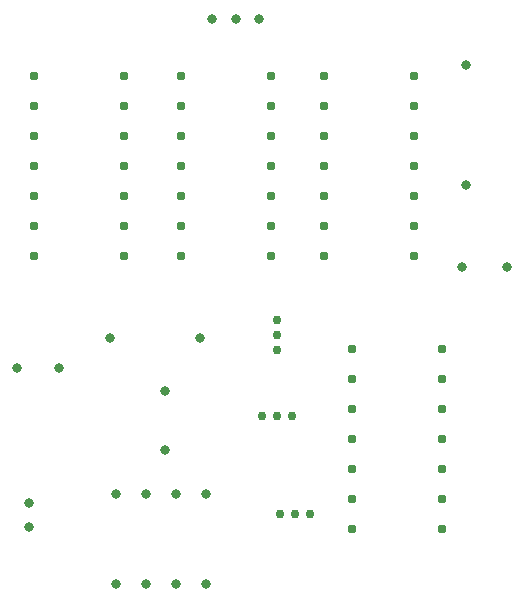
<source format=gbr>
%TF.GenerationSoftware,KiCad,Pcbnew,8.0.6*%
%TF.CreationDate,2024-12-13T16:31:27+05:30*%
%TF.ProjectId,pll1,706c6c31-2e6b-4696-9361-645f70636258,rev?*%
%TF.SameCoordinates,Original*%
%TF.FileFunction,Plated,1,2,PTH,Drill*%
%TF.FilePolarity,Positive*%
%FSLAX46Y46*%
G04 Gerber Fmt 4.6, Leading zero omitted, Abs format (unit mm)*
G04 Created by KiCad (PCBNEW 8.0.6) date 2024-12-13 16:31:27*
%MOMM*%
%LPD*%
G01*
G04 APERTURE LIST*
%TA.AperFunction,ComponentDrill*%
%ADD10C,0.750000*%
%TD*%
%TA.AperFunction,ComponentDrill*%
%ADD11C,0.787400*%
%TD*%
%TA.AperFunction,ComponentDrill*%
%ADD12C,0.800000*%
%TD*%
G04 APERTURE END LIST*
D10*
%TO.C,Q2*%
X144230000Y-73640000D03*
%TO.C,Q1*%
X145500000Y-65500000D03*
X145500000Y-66770000D03*
X145500000Y-68040000D03*
%TO.C,Q2*%
X145500000Y-73640000D03*
%TO.C,Q3*%
X145730000Y-81860000D03*
%TO.C,Q2*%
X146770000Y-73640000D03*
%TO.C,Q3*%
X147000000Y-81860000D03*
X148270000Y-81860000D03*
D11*
%TO.C,U4*%
X124880000Y-44840000D03*
X124880000Y-47380000D03*
X124880000Y-49920000D03*
X124880000Y-52460000D03*
X124880000Y-55000000D03*
X124880000Y-57540000D03*
X124880000Y-60080000D03*
X132500000Y-44840000D03*
X132500000Y-47380000D03*
X132500000Y-49920000D03*
X132500000Y-52460000D03*
X132500000Y-55000000D03*
X132500000Y-57540000D03*
X132500000Y-60080000D03*
%TO.C,U3*%
X137380000Y-44800000D03*
X137380000Y-47340000D03*
X137380000Y-49880000D03*
X137380000Y-52420000D03*
X137380000Y-54960000D03*
X137380000Y-57500000D03*
X137380000Y-60040000D03*
X145000000Y-44800000D03*
X145000000Y-47340000D03*
X145000000Y-49880000D03*
X145000000Y-52420000D03*
X145000000Y-54960000D03*
X145000000Y-57500000D03*
X145000000Y-60040000D03*
%TO.C,U1*%
X149500000Y-44840000D03*
X149500000Y-47380000D03*
X149500000Y-49920000D03*
X149500000Y-52460000D03*
X149500000Y-55000000D03*
X149500000Y-57540000D03*
X149500000Y-60080000D03*
%TO.C,U2*%
X151880000Y-67920000D03*
X151880000Y-70460000D03*
X151880000Y-73000000D03*
X151880000Y-75540000D03*
X151880000Y-78080000D03*
X151880000Y-80620000D03*
X151880000Y-83160000D03*
%TO.C,U1*%
X157120000Y-44840000D03*
X157120000Y-47380000D03*
X157120000Y-49920000D03*
X157120000Y-52460000D03*
X157120000Y-55000000D03*
X157120000Y-57540000D03*
X157120000Y-60080000D03*
%TO.C,U2*%
X159500000Y-67920000D03*
X159500000Y-70460000D03*
X159500000Y-73000000D03*
X159500000Y-75540000D03*
X159500000Y-78080000D03*
X159500000Y-80620000D03*
X159500000Y-83160000D03*
D12*
%TO.C,C3*%
X123500000Y-69500000D03*
%TO.C,J1*%
X124500000Y-81000000D03*
X124500000Y-83000000D03*
%TO.C,C3*%
X127000000Y-69500000D03*
%TO.C,R2*%
X131380000Y-67000000D03*
%TO.C,U5*%
X131880000Y-80200000D03*
X131880000Y-87820000D03*
X134420000Y-80200000D03*
X134420000Y-87820000D03*
%TO.C,C2*%
X136000000Y-71500000D03*
X136000000Y-76500000D03*
%TO.C,U5*%
X136960000Y-80200000D03*
X136960000Y-87820000D03*
%TO.C,R2*%
X139000000Y-67000000D03*
%TO.C,U5*%
X139500000Y-80200000D03*
X139500000Y-87820000D03*
%TO.C,J2*%
X140000000Y-40000000D03*
X142000000Y-40000000D03*
X144000000Y-40000000D03*
%TO.C,C1*%
X161197349Y-61000000D03*
%TO.C,R1*%
X161500000Y-43920000D03*
X161500000Y-54080000D03*
%TO.C,C1*%
X164997349Y-61000000D03*
M02*

</source>
